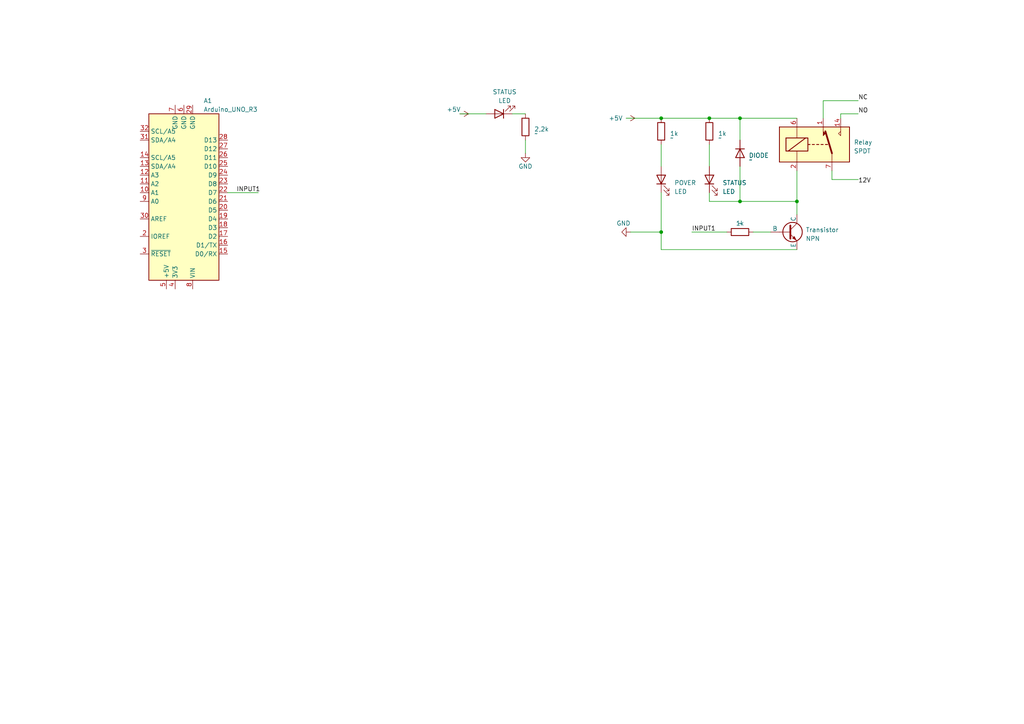
<source format=kicad_sch>
(kicad_sch (version 20230121) (generator eeschema)
  (paper "A4")
  (lib_symbols
    (symbol "Device:LED" (pin_numbers hide) (pin_names (offset 1.016) hide)
      (property "Reference" "D" (at 0 2.54 0))
      (property "Value" "LED" (at 0 -2.54 0))
      (symbol "LED_0_1"
        (polyline (pts (xy -1.27 -1.27) (xy -1.27 1.27)) (stroke (width 0.254)))
        (polyline (pts (xy -1.27 0) (xy 1.27 0)))
        (polyline (pts (xy 1.27 -1.27) (xy 1.27 1.27) (xy -1.27 0) (xy 1.27 -1.27)) (stroke (width 0.254)))
        (polyline (pts (xy -3.048 -0.762) (xy -4.572 -2.286) (xy -3.81 -2.286) (xy -4.572 -2.286) (xy -4.572 -1.524)))
        (polyline (pts (xy -1.778 -0.762) (xy -3.302 -2.286) (xy -2.54 -2.286) (xy -3.302 -2.286) (xy -3.302 -1.524)))
      )
      (symbol "LED_1_1"
        (pin passive line (at -3.81 0 0) (length 2.54) (name "K") (number "1"))
        (pin passive line (at 3.81 0 180) (length 2.54) (name "A") (number "2"))
      )
    )
    (symbol "Device:R" (pin_numbers hide) (pin_names (offset 0))
      (property "Reference" "R" (at 2.032 0 90))
      (property "Value" "R" (at 0 0 90))
      (symbol "R_0_1"
        (rectangle (start -1.016 -2.54) (end 1.016 2.54) (stroke (width 0.254)))
      )
      (symbol "R_1_1"
        (pin passive line (at 0 3.81 270) (length 1.27) (name "~") (number "1"))
        (pin passive line (at 0 -3.81 90) (length 1.27) (name "~") (number "2"))
      )
    )
    (symbol "Diode:1N914" (pin_numbers hide) (pin_names hide)
      (property "Reference" "D" (at 0 2.54 0))
      (property "Value" "1N914" (at 0 -2.54 0))
      (symbol "1N914_0_1"
        (polyline (pts (xy -1.27 1.27) (xy -1.27 -1.27)) (stroke (width 0.254)))
        (polyline (pts (xy 1.27 0) (xy -1.27 0)))
        (polyline (pts (xy 1.27 1.27) (xy 1.27 -1.27) (xy -1.27 0) (xy 1.27 1.27)) (stroke (width 0.254)))
      )
      (symbol "1N914_1_1"
        (pin passive line (at -3.81 0 0) (length 2.54) (name "K") (number "1"))
        (pin passive line (at 3.81 0 180) (length 2.54) (name "A") (number "2"))
      )
    )
    (symbol "MCU_Module:Arduino_UNO_R3"
      (property "Reference" "A" (at -10.16 23.495 0))
      (property "Value" "Arduino_UNO_R3" (at 5.08 -26.67 0))
      (symbol "Arduino_UNO_R3_0_1"
        (rectangle (start -10.16 22.86) (end 10.16 -25.4) (stroke (width 0.254)) (fill (type background)))
      )
      (symbol "Arduino_UNO_R3_1_1"
        (pin no_connect line (at -10.16 -20.32 0) (length 2.54) hide (name "NC") (number "1"))
        (pin bidirectional line (at 12.7 -2.54 180) (length 2.54) (name "A1") (number "10"))
        (pin bidirectional line (at 12.7 -5.08 180) (length 2.54) (name "A2") (number "11"))
        (pin bidirectional line (at 12.7 -7.62 180) (length 2.54) (name "A3") (number "12"))
        (pin bidirectional line (at 12.7 -10.16 180) (length 2.54) (name "SDA/A4") (number "13"))
        (pin bidirectional line (at 12.7 -12.7 180) (length 2.54) (name "SCL/A5") (number "14"))
        (pin bidirectional line (at -12.7 15.24 0) (length 2.54) (name "D0/RX") (number "15"))
        (pin bidirectional line (at -12.7 12.7 0) (length 2.54) (name "D1/TX") (number "16"))
        (pin bidirectional line (at -12.7 10.16 0) (length 2.54) (name "D2") (number "17"))
        (pin bidirectional line (at -12.7 7.62 0) (length 2.54) (name "D3") (number "18"))
        (pin bidirectional line (at -12.7 5.08 0) (length 2.54) (name "D4") (number "19"))
        (pin output line (at 12.7 10.16 180) (length 2.54) (name "IOREF") (number "2"))
        (pin bidirectional line (at -12.7 2.54 0) (length 2.54) (name "D5") (number "20"))
        (pin bidirectional line (at -12.7 0 0) (length 2.54) (name "D6") (number "21"))
        (pin bidirectional line (at -12.7 -2.54 0) (length 2.54) (name "D7") (number "22"))
        (pin bidirectional line (at -12.7 -5.08 0) (length 2.54) (name "D8") (number "23"))
        (pin bidirectional line (at -12.7 -7.62 0) (length 2.54) (name "D9") (number "24"))
        (pin bidirectional line (at -12.7 -10.16 0) (length 2.54) (name "D10") (number "25"))
        (pin bidirectional line (at -12.7 -12.7 0) (length 2.54) (name "D11") (number "26"))
        (pin bidirectional line (at -12.7 -15.24 0) (length 2.54) (name "D12") (number "27"))
        (pin bidirectional line (at -12.7 -17.78 0) (length 2.54) (name "D13") (number "28"))
        (pin power_in line (at -2.54 -27.94 90) (length 2.54) (name "GND") (number "29"))
        (pin input line (at 12.7 15.24 180) (length 2.54) (name "~{RESET}") (number "3"))
        (pin input line (at 12.7 5.08 180) (length 2.54) (name "AREF") (number "30"))
        (pin bidirectional line (at 12.7 -17.78 180) (length 2.54) (name "SDA/A4") (number "31"))
        (pin bidirectional line (at 12.7 -20.32 180) (length 2.54) (name "SCL/A5") (number "32"))
        (pin power_out line (at 2.54 25.4 270) (length 2.54) (name "3V3") (number "4"))
        (pin power_out line (at 5.08 25.4 270) (length 2.54) (name "+5V") (number "5"))
        (pin power_in line (at 0 -27.94 90) (length 2.54) (name "GND") (number "6"))
        (pin power_in line (at 2.54 -27.94 90) (length 2.54) (name "GND") (number "7"))
        (pin power_in line (at -2.54 25.4 270) (length 2.54) (name "VIN") (number "8"))
        (pin bidirectional line (at 12.7 0 180) (length 2.54) (name "A0") (number "9"))
      )
    )
    (symbol "Relay:DIPxx-1Cxx-51x"
      (property "Reference" "K" (at 11.43 3.81 0))
      (property "Value" "DIPxx-1Cxx-51x" (at 11.43 1.27 0))
      (symbol "DIPxx-1Cxx-51x_0_0"
        (polyline (pts (xy 2.54 5.08) (xy 2.54 2.54) (xy 3.175 3.175) (xy 2.54 3.81)) (fill (type outline)))
        (polyline (pts (xy 7.62 5.08) (xy 7.62 2.54) (xy 6.985 3.175) (xy 7.62 3.81)))
      )
      (symbol "DIPxx-1Cxx-51x_0_1"
        (rectangle (start -10.16 5.08) (end 10.16 -5.08) (stroke (width 0.254)) (fill (type background)))
        (rectangle (start -8.255 1.905) (end -1.905 -1.905) (stroke (width 0.254)))
        (polyline (pts (xy -7.62 -1.905) (xy -2.54 1.905)) (stroke (width 0.254)))
        (polyline (pts (xy -5.08 -5.08) (xy -5.08 -1.905)))
        (polyline (pts (xy -5.08 5.08) (xy -5.08 1.905)))
        (polyline (pts (xy -1.905 0) (xy -1.27 0)) (stroke (width 0.254)))
        (polyline (pts (xy -0.635 0) (xy 0 0)) (stroke (width 0.254)))
        (polyline (pts (xy 0.635 0) (xy 1.27 0)) (stroke (width 0.254)))
        (polyline (pts (xy 1.905 0) (xy 2.54 0)) (stroke (width 0.254)))
        (polyline (pts (xy 3.175 0) (xy 3.81 0)) (stroke (width 0.254)))
        (polyline (pts (xy 5.08 -2.54) (xy 3.175 3.81)) (stroke (width 0.508)))
        (polyline (pts (xy 5.08 -2.54) (xy 5.08 -5.08)))
      )
      (symbol "DIPxx-1Cxx-51x_1_1"
        (pin passive line (at 2.54 7.62 270) (length 2.54) (name "~") (number "1"))
        (pin passive line (at 7.62 7.62 270) (length 2.54) (name "~") (number "14"))
        (pin passive line (at -5.08 -7.62 90) (length 2.54) (name "~") (number "2"))
        (pin passive line (at -5.08 7.62 270) (length 2.54) (name "~") (number "6"))
        (pin passive line (at 5.08 -7.62 90) (length 2.54) (name "~") (number "7"))
        (pin passive line (at 5.08 -7.62 90) (length 2.54) hide (name "~") (number "8"))
      )
    )
    (symbol "Simulation_SPICE:NPN" (pin_numbers hide) (pin_names (offset 0))
      (property "Reference" "Q" (at -2.54 7.62 0))
      (property "Value" "NPN" (at -2.54 5.08 0))
      (symbol "NPN_0_1"
        (polyline (pts (xy -2.54 0) (xy 0.635 0)) (stroke (width 0.1524)))
        (polyline (pts (xy 0.635 0.635) (xy 2.54 2.54)))
        (polyline (pts (xy 2.794 -1.27) (xy 2.794 -1.27)) (stroke (width 0.1524)))
        (polyline (pts (xy 2.794 -1.27) (xy 2.794 -1.27)) (stroke (width 0.1524)))
        (polyline (pts (xy 0.635 -0.635) (xy 2.54 -2.54) (xy 2.54 -2.54)))
        (polyline (pts (xy 0.635 1.905) (xy 0.635 -1.905) (xy 0.635 -1.905)) (stroke (width 0.508)))
        (polyline (pts (xy 1.27 -1.778) (xy 1.778 -1.27) (xy 2.286 -2.286) (xy 1.27 -1.778) (xy 1.27 -1.778)) (fill (type outline)))
        (circle (center 1.27 0) (radius 2.8194) (stroke (width 0.254)))
      )
      (symbol "NPN_1_1"
        (pin open_collector line (at 2.54 5.08 270) (length 2.54) (name "C") (number "1"))
        (pin input line (at -5.08 0 0) (length 2.54) (name "B") (number "2"))
        (pin open_emitter line (at 2.54 -5.08 90) (length 2.54) (name "E") (number "3"))
      )
    )
    (symbol "power:+5V" (power) (pin_names (offset 0))
      (property "Value" "+5V" (at 0 3.556 0))
      (symbol "+5V_0_1"
        (polyline (pts (xy -0.762 1.27) (xy 0 2.54)))
        (polyline (pts (xy 0 0) (xy 0 2.54)))
        (polyline (pts (xy 0 2.54) (xy 0.762 1.27)))
      )
      (symbol "+5V_1_1"
        (pin power_in line (at 0 0 90) (length 0) hide (name "+5V") (number "1"))
      )
    )
    (symbol "power:GND" (power) (pin_names (offset 0))
      (property "Value" "GND" (at 0 -3.81 0))
      (symbol "GND_0_1"
        (polyline (pts (xy 0 0) (xy 0 -1.27) (xy 1.27 -1.27) (xy 0 -2.54) (xy -1.27 -1.27) (xy 0 -1.27)))
      )
      (symbol "GND_1_1"
        (pin power_in line (at 0 0 270) (length 0) hide (name "GND") (number "1"))
      )
    )
  )
  (junction (at 205.74 34.29))
  (junction (at 231.14 58.42))
  (junction (at 191.77 34.29))
  (junction (at 191.77 67.31))
  (junction (at 214.63 34.29))
  (junction (at 214.63 58.42))
  (wire (pts (xy 200.66 67.31) (xy 210.82 67.31)))
  (wire (pts (xy 248.92 52.07) (xy 241.3 52.07)))
  (wire (pts (xy 243.84 34.29) (xy 243.84 33.02)))
  (wire (pts (xy 191.77 34.29) (xy 205.74 34.29)))
  (wire (pts (xy 231.14 49.53) (xy 231.14 58.42)))
  (wire (pts (xy 133.35 33.02) (xy 140.97 33.02)))
  (wire (pts (xy 182.88 67.31) (xy 191.77 67.31)))
  (wire (pts (xy 241.3 52.07) (xy 241.3 49.53)))
  (wire (pts (xy 205.74 41.91) (xy 205.74 48.26)))
  (wire (pts (xy 181.61 34.29) (xy 191.77 34.29)))
  (wire (pts (xy 214.63 48.26) (xy 214.63 58.42)))
  (wire (pts (xy 191.77 41.91) (xy 191.77 48.26)))
  (wire (pts (xy 238.76 34.29) (xy 238.76 29.21)))
  (wire (pts (xy 214.63 34.29) (xy 214.63 40.64)))
  (wire (pts (xy 243.84 33.02) (xy 248.92 33.02)))
  (wire (pts (xy 152.4 40.64) (xy 152.4 44.45)))
  (wire (pts (xy 238.76 29.21) (xy 248.92 29.21)))
  (wire (pts (xy 214.63 58.42) (xy 231.14 58.42)))
  (wire (pts (xy 205.74 34.29) (xy 214.63 34.29)))
  (wire (pts (xy 231.14 72.39) (xy 191.77 72.39)))
  (wire (pts (xy 205.74 55.88) (xy 205.74 58.42)))
  (wire (pts (xy 191.77 67.31) (xy 191.77 72.39)))
  (wire (pts (xy 205.74 58.42) (xy 214.63 58.42)))
  (wire (pts (xy 148.59 33.02) (xy 152.4 33.02)))
  (wire (pts (xy 231.14 58.42) (xy 231.14 62.23)))
  (wire (pts (xy 191.77 55.88) (xy 191.77 67.31)))
  (wire (pts (xy 214.63 34.29) (xy 231.14 34.29)))
  (wire (pts (xy 218.44 67.31) (xy 223.52 67.31)))
  (wire (pts (xy 66.04 55.88) (xy 74.93 55.88)))
  (label "12V" (at 248.92 53.34 0))
  (label "INPUT1" (at 200.66 67.31 0))
  (label "INPUT1" (at 68.58 55.88 0))
  (label "NC" (at 248.92 29.21 0))
  (label "NO" (at 248.92 33.02 0))
  (symbol (lib_id "Device:R") (at 152.4 36.83 180) (unit 1)
    (property "Reference" "2,2k" (at 154.94 37.465 0) (effects (justify right)))
    (property "Value" "~" (at 154.94 38.735 0) (effects (justify right)))
  )
  (symbol (lib_id "Device:R") (at 191.77 38.1 0) (unit 1)
    (property "Reference" "1k" (at 194.31 38.735 0) (effects (justify left)))
    (property "Value" "~" (at 194.31 40.005 0) (effects (justify left)))
  )
  (symbol (lib_id "Device:LED") (at 205.74 52.07 90) (unit 1)
    (property "Reference" "STATUS" (at 209.55 53.0225 90) (effects (justify right)))
    (property "Value" "LED" (at 209.55 55.5625 90) (effects (justify right)))
  )
  (symbol (lib_id "Simulation_SPICE:NPN") (at 228.6 67.31 0) (unit 1)
    (property "Reference" "Transistor" (at 233.68 66.675 0) (effects (justify left)))
    (property "Value" "NPN" (at 233.68 69.215 0) (effects (justify left)))
    (property "Sim.Device" "NPN" (effects hide))
    (property "Sim.Type" "GUMMELPOON" (effects hide))
    (property "Sim.Pins" "1=C 2=B 3=E" (effects hide))
  )
  (symbol (lib_id "Diode:1N914") (at 214.63 44.45 270) (unit 1)
    (property "Reference" "DIODE" (at 217.17 45.085 90) (effects (justify left)))
    (property "Value" "~" (at 217.17 46.355 90) (effects (justify left)))
    (property "Footprint" "Diode_THT:D_DO-35_SOD27_P7.62mm_Horizontal" (effects hide))
    (property "Datasheet" "http://www.vishay.com/docs/85622/1n914.pdf" (effects hide))
    (property "Sim.Device" "D" (effects hide))
    (property "Sim.Pins" "1=K 2=A" (effects hide))
  )
  (symbol (lib_id "MCU_Module:Arduino_UNO_R3") (at 53.34 58.42 180) (unit 1)
    (property "Reference" "A1" (at 59.0297 29.21 0) (effects (justify right)))
    (property "Value" "Arduino_UNO_R3" (at 59.0297 31.75 0) (effects (justify right)))
    (property "Footprint" "Module:Arduino_UNO_R3" (effects hide))
    (property "Datasheet" "https://www.arduino.cc/en/Main/arduinoBoardUno" (effects hide))
  )
  (symbol (lib_id "Device:LED") (at 144.78 33.02 180) (unit 1)
    (property "Reference" "STATUS" (at 146.3675 26.67 0))
    (property "Value" "LED" (at 146.3675 29.21 0))
  )
  (symbol (lib_id "power:+5V") (at 133.35 33.02 270) (unit 1)
    (property "Reference" "#PWR03" (effects hide))
    (property "Value" "+5V" (at 129.54 31.75 90) (effects (justify left)))
  )
  (symbol (lib_id "Device:R") (at 205.74 38.1 0) (unit 1)
    (property "Reference" "1k" (at 208.28 38.735 0) (effects (justify left)))
    (property "Value" "~" (at 208.28 40.005 0) (effects (justify left)))
  )
  (symbol (lib_id "Device:R") (at 214.63 67.31 90) (unit 1)
    (property "Reference" "1k" (at 214.63 64.77 90))
    (property "Value" "~" (at 214.63 64.77 90))
  )
  (symbol (lib_id "power:+5V") (at 181.61 34.29 270) (unit 1)
    (property "Reference" "#PWR01" (effects hide))
    (property "Value" "+5V" (at 176.53 34.29 90) (effects (justify left)))
  )
  (symbol (lib_id "power:GND") (at 182.88 67.31 270) (unit 1)
    (property "Reference" "#PWR02" (effects hide))
    (property "Value" "GND" (at 182.88 64.77 90) (effects (justify right)))
  )
  (symbol (lib_id "power:GND") (at 152.4 44.45 0) (unit 1)
    (property "Reference" "#PWR04" (effects hide))
    (property "Value" "GND" (at 152.4 48.26 0))
  )
  (symbol (lib_id "Device:LED") (at 191.77 52.07 90) (unit 1)
    (property "Reference" "POVER" (at 195.58 53.0225 90) (effects (justify right)))
    (property "Value" "LED" (at 195.58 55.5625 90) (effects (justify right)))
  )
  (symbol (lib_id "Relay:DIPxx-1Cxx-51x") (at 236.22 41.91 0) (unit 1)
    (property "Reference" "Relay" (at 247.65 41.275 0) (effects (justify left)))
    (property "Value" "SPDT" (at 247.65 43.815 0) (effects (justify left)))
    (property "Footprint" "Relay_THT:Relay_StandexMeder_DIP_LowProfile" (effects hide))
    (property "Datasheet" "https://standexelectronics.com/wp-content/uploads/datasheet_reed_relay_DIP.pdf" (effects hide))
  )
)
</source>
